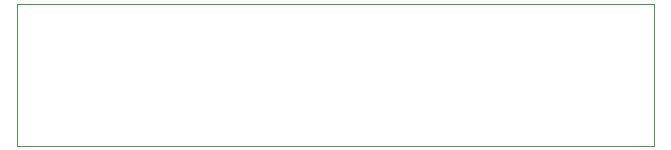
<source format=gbr>
%TF.GenerationSoftware,KiCad,Pcbnew,9.0.5*%
%TF.CreationDate,2025-10-14T17:21:27+01:00*%
%TF.ProjectId,vm_pogodaptor,766d5f70-6f67-46f6-9461-70746f722e6b,0.1*%
%TF.SameCoordinates,Original*%
%TF.FileFunction,Other,User*%
%FSLAX45Y45*%
G04 Gerber Fmt 4.5, Leading zero omitted, Abs format (unit mm)*
G04 Created by KiCad (PCBNEW 9.0.5) date 2025-10-14 17:21:27*
%MOMM*%
%LPD*%
G01*
G04 APERTURE LIST*
%ADD10C,0.100000*%
%ADD11C,0.009990*%
%ADD12C,0.010830*%
%ADD13C,0.020680*%
%ADD14C,0.030650*%
%ADD15C,0.010430*%
%ADD16C,0.020510*%
%ADD17C,0.030860*%
%ADD18C,0.040510*%
%ADD19C,0.010770*%
%ADD20C,0.020730*%
%ADD21C,0.030830*%
%ADD22C,0.040790*%
%ADD23C,0.010670*%
%ADD24C,0.020830*%
%ADD25C,0.031260*%
%ADD26C,0.040490*%
%ADD27C,0.020670*%
%ADD28C,0.030760*%
%ADD29C,0.010710*%
%ADD30C,0.020780*%
%ADD31C,0.030680*%
%ADD32C,0.040500*%
%ADD33C,0.030750*%
%ADD34C,0.020790*%
%ADD35C,0.040730*%
G04 APERTURE END LIST*
D10*
X-2700000Y600000D02*
X2700000Y600000D01*
X2700000Y-600000D01*
X-2700000Y-600000D01*
X-2700000Y600000D01*
D11*
%TO.C,GS2*%
X-1700000Y-600000D02*
X-1700000Y-600000D01*
D12*
X-1700000Y-600000D02*
X-1700000Y-600000D01*
D13*
X-1700000Y-600000D02*
X-1700000Y-600000D01*
D14*
X-1700000Y-600000D02*
X-1700000Y-600000D01*
D11*
%TO.C,GS4*%
X-1100000Y-600000D02*
X-1100000Y-600000D01*
D15*
X-1100000Y-600000D02*
X-1100000Y-600000D01*
D16*
X-1100000Y-600000D02*
X-1100000Y-600000D01*
D17*
X-1100000Y-600000D02*
X-1100000Y-600000D01*
D18*
X-1100000Y-600000D02*
X-1100000Y-600000D01*
D11*
%TO.C,GS7*%
X-300000Y-600000D02*
X-300000Y-600000D01*
D19*
X-300000Y-600000D02*
X-300000Y-600000D01*
D20*
X-300000Y-600000D02*
X-300000Y-600000D01*
D21*
X-300000Y-600000D02*
X-300000Y-600000D01*
D22*
X-300000Y-600000D02*
X-300000Y-600000D01*
D11*
%TO.C,GS5*%
X-500000Y-600000D02*
X-500000Y-600000D01*
D23*
X-500000Y-600000D02*
X-500000Y-600000D01*
D24*
X-500000Y-600000D02*
X-500000Y-600000D01*
D25*
X-500000Y-600000D02*
X-500000Y-600000D01*
D26*
X-500000Y-600000D02*
X-500000Y-600000D01*
D11*
%TO.C,GS3*%
X-1500000Y-600000D02*
X-1500000Y-600000D01*
D12*
X-1500000Y-600000D02*
X-1500000Y-600000D01*
D27*
X-1500000Y-600000D02*
X-1500000Y-600000D01*
D28*
X-1500000Y-600000D02*
X-1500000Y-600000D01*
D11*
%TO.C,GS1*%
X-2100000Y-600000D02*
X-2100000Y-600000D01*
D29*
X-2100000Y-600000D02*
X-2100000Y-600000D01*
D30*
X-2100000Y-600000D02*
X-2100000Y-600000D01*
D31*
X-2100000Y-600000D02*
X-2100000Y-600000D01*
D11*
%TO.C,GS9*%
X2200000Y-600000D02*
X2200000Y-600000D01*
D23*
X2200000Y-600000D02*
X2200000Y-600000D01*
D24*
X2200000Y-600000D02*
X2200000Y-600000D01*
D25*
X2200000Y-600000D02*
X2200000Y-600000D01*
D32*
X2200000Y-600000D02*
X2200000Y-600000D01*
D11*
%TO.C,GS8*%
X100000Y-600000D02*
X100000Y-600000D01*
D12*
X100000Y-600000D02*
X100000Y-600000D01*
D27*
X100000Y-600000D02*
X100000Y-600000D01*
D33*
X100000Y-600000D02*
X100000Y-600000D01*
D11*
%TO.C,GS6*%
X-100000Y-600000D02*
X-100000Y-600000D01*
D19*
X-100000Y-600000D02*
X-100000Y-600000D01*
D34*
X-100000Y-600000D02*
X-100000Y-600000D01*
D21*
X-100000Y-600000D02*
X-100000Y-600000D01*
D35*
X-100000Y-600000D02*
X-100000Y-600000D01*
%TD*%
M02*

</source>
